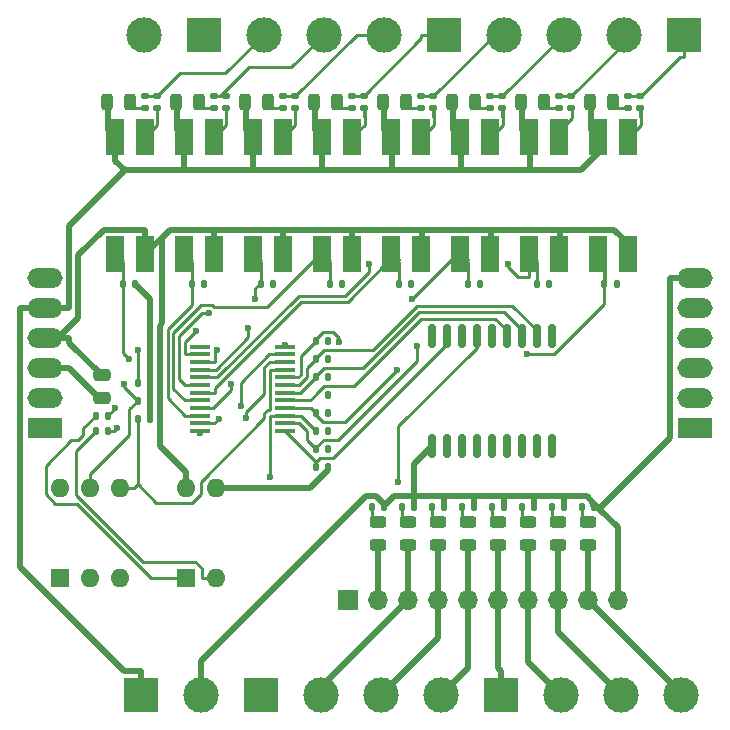
<source format=gtl>
G04 #@! TF.GenerationSoftware,KiCad,Pcbnew,5.99.0-unknown-9f841da98e~134~ubuntu20.04.1*
G04 #@! TF.CreationDate,2021-12-17T15:58:44+01:00*
G04 #@! TF.ProjectId,slave-8in-8out,736c6176-652d-4386-996e-2d386f75742e,rev?*
G04 #@! TF.SameCoordinates,PX3a22d00PY8062360*
G04 #@! TF.FileFunction,Copper,L1,Top*
G04 #@! TF.FilePolarity,Positive*
%FSLAX46Y46*%
G04 Gerber Fmt 4.6, Leading zero omitted, Abs format (unit mm)*
G04 Created by KiCad (PCBNEW 5.99.0-unknown-9f841da98e~134~ubuntu20.04.1) date 2021-12-17 15:58:44*
%MOMM*%
%LPD*%
G01*
G04 APERTURE LIST*
G04 Aperture macros list*
%AMRoundRect*
0 Rectangle with rounded corners*
0 $1 Rounding radius*
0 $2 $3 $4 $5 $6 $7 $8 $9 X,Y pos of 4 corners*
0 Add a 4 corners polygon primitive as box body*
4,1,4,$2,$3,$4,$5,$6,$7,$8,$9,$2,$3,0*
0 Add four circle primitives for the rounded corners*
1,1,$1+$1,$2,$3*
1,1,$1+$1,$4,$5*
1,1,$1+$1,$6,$7*
1,1,$1+$1,$8,$9*
0 Add four rect primitives between the rounded corners*
20,1,$1+$1,$2,$3,$4,$5,0*
20,1,$1+$1,$4,$5,$6,$7,0*
20,1,$1+$1,$6,$7,$8,$9,0*
20,1,$1+$1,$8,$9,$2,$3,0*%
G04 Aperture macros list end*
G04 #@! TA.AperFunction,SMDPad,CuDef*
%ADD10RoundRect,0.135000X0.135000X0.185000X-0.135000X0.185000X-0.135000X-0.185000X0.135000X-0.185000X0*%
G04 #@! TD*
G04 #@! TA.AperFunction,ComponentPad*
%ADD11R,3.000000X3.000000*%
G04 #@! TD*
G04 #@! TA.AperFunction,ComponentPad*
%ADD12C,3.000000*%
G04 #@! TD*
G04 #@! TA.AperFunction,SMDPad,CuDef*
%ADD13RoundRect,0.135000X0.185000X-0.135000X0.185000X0.135000X-0.185000X0.135000X-0.185000X-0.135000X0*%
G04 #@! TD*
G04 #@! TA.AperFunction,SMDPad,CuDef*
%ADD14R,1.524000X3.048000*%
G04 #@! TD*
G04 #@! TA.AperFunction,ComponentPad*
%ADD15R,1.700000X1.700000*%
G04 #@! TD*
G04 #@! TA.AperFunction,ComponentPad*
%ADD16O,1.700000X1.700000*%
G04 #@! TD*
G04 #@! TA.AperFunction,SMDPad,CuDef*
%ADD17RoundRect,0.135000X-0.135000X-0.185000X0.135000X-0.185000X0.135000X0.185000X-0.135000X0.185000X0*%
G04 #@! TD*
G04 #@! TA.AperFunction,SMDPad,CuDef*
%ADD18RoundRect,0.250000X-0.475000X0.250000X-0.475000X-0.250000X0.475000X-0.250000X0.475000X0.250000X0*%
G04 #@! TD*
G04 #@! TA.AperFunction,SMDPad,CuDef*
%ADD19RoundRect,0.135000X-0.185000X0.135000X-0.185000X-0.135000X0.185000X-0.135000X0.185000X0.135000X0*%
G04 #@! TD*
G04 #@! TA.AperFunction,SMDPad,CuDef*
%ADD20RoundRect,0.150000X-0.150000X0.875000X-0.150000X-0.875000X0.150000X-0.875000X0.150000X0.875000X0*%
G04 #@! TD*
G04 #@! TA.AperFunction,SMDPad,CuDef*
%ADD21RoundRect,0.243750X-0.243750X-0.456250X0.243750X-0.456250X0.243750X0.456250X-0.243750X0.456250X0*%
G04 #@! TD*
G04 #@! TA.AperFunction,ComponentPad*
%ADD22R,1.600000X1.600000*%
G04 #@! TD*
G04 #@! TA.AperFunction,ComponentPad*
%ADD23O,1.600000X1.600000*%
G04 #@! TD*
G04 #@! TA.AperFunction,SMDPad,CuDef*
%ADD24RoundRect,0.243750X0.456250X-0.243750X0.456250X0.243750X-0.456250X0.243750X-0.456250X-0.243750X0*%
G04 #@! TD*
G04 #@! TA.AperFunction,ComponentPad*
%ADD25R,3.000000X1.700000*%
G04 #@! TD*
G04 #@! TA.AperFunction,ComponentPad*
%ADD26O,3.000000X1.700000*%
G04 #@! TD*
G04 #@! TA.AperFunction,SMDPad,CuDef*
%ADD27R,1.750000X0.450000*%
G04 #@! TD*
G04 #@! TA.AperFunction,ViaPad*
%ADD28C,0.600000*%
G04 #@! TD*
G04 #@! TA.AperFunction,Conductor*
%ADD29C,0.500000*%
G04 #@! TD*
G04 #@! TA.AperFunction,Conductor*
%ADD30C,0.250000*%
G04 #@! TD*
G04 APERTURE END LIST*
D10*
X121580500Y-89195500D03*
X120560500Y-89195500D03*
D11*
X86614000Y-68072000D03*
D12*
X81534000Y-68072000D03*
D11*
X127254000Y-68072000D03*
D12*
X122174000Y-68072000D03*
X117094000Y-68072000D03*
X112014000Y-68072000D03*
D11*
X106934000Y-68072000D03*
D12*
X101854000Y-68072000D03*
X96774000Y-68072000D03*
X91694000Y-68072000D03*
D13*
X117766500Y-74277500D03*
X117766500Y-73257500D03*
D14*
X99224500Y-76749500D03*
X96684500Y-76749500D03*
X96684500Y-86655500D03*
X99224500Y-86655500D03*
X105066500Y-76749500D03*
X102526500Y-76749500D03*
X102526500Y-86655500D03*
X105066500Y-86655500D03*
X122592500Y-76749500D03*
X120052500Y-76749500D03*
X120052500Y-86655500D03*
X122592500Y-86655500D03*
X110908500Y-76749500D03*
X108368500Y-76749500D03*
X108368500Y-86655500D03*
X110908500Y-86655500D03*
D13*
X123608500Y-74277500D03*
X123608500Y-73257500D03*
D14*
X116750500Y-76749500D03*
X114210500Y-76749500D03*
X114210500Y-86655500D03*
X116750500Y-86655500D03*
D15*
X98806000Y-115875700D03*
D16*
X101346000Y-115875700D03*
X103886000Y-115875700D03*
X106426000Y-115875700D03*
X108966000Y-115875700D03*
X111506000Y-115875700D03*
X114046000Y-115875700D03*
X116586000Y-115875700D03*
X119126000Y-115875700D03*
X121666000Y-115875700D03*
D11*
X111760000Y-123952000D03*
D12*
X116840000Y-123952000D03*
X121920000Y-123952000D03*
X127000000Y-123952000D03*
D17*
X77468000Y-101600000D03*
X78488000Y-101600000D03*
D18*
X77978000Y-96906000D03*
X77978000Y-98806000D03*
D17*
X77468000Y-100330000D03*
X78488000Y-100330000D03*
D11*
X91440000Y-123952000D03*
D12*
X96520000Y-123952000D03*
X101600000Y-123952000D03*
X106680000Y-123952000D03*
D13*
X111924500Y-74277500D03*
X111924500Y-73257500D03*
D14*
X87540500Y-76749500D03*
X85000500Y-76749500D03*
X85000500Y-86655500D03*
X87540500Y-86655500D03*
D11*
X81280000Y-123952000D03*
D12*
X86360000Y-123952000D03*
D14*
X93382500Y-76749500D03*
X90842500Y-76749500D03*
X90842500Y-86655500D03*
X93382500Y-86655500D03*
D10*
X115863500Y-89195500D03*
X114843500Y-89195500D03*
D14*
X81698500Y-76749500D03*
X79158500Y-76749500D03*
X79158500Y-86655500D03*
X81698500Y-86655500D03*
D19*
X87540500Y-73257500D03*
X87540500Y-74277500D03*
D10*
X92495500Y-89195500D03*
X91475500Y-89195500D03*
D19*
X105066500Y-73257500D03*
X105066500Y-74277500D03*
D20*
X116078000Y-93570000D03*
X114808000Y-93570000D03*
X113538000Y-93570000D03*
X112268000Y-93570000D03*
X110998000Y-93570000D03*
X109728000Y-93570000D03*
X108458000Y-93570000D03*
X107188000Y-93570000D03*
X105918000Y-93570000D03*
X105918000Y-102870000D03*
X107188000Y-102870000D03*
X108458000Y-102870000D03*
X109728000Y-102870000D03*
X110998000Y-102870000D03*
X112268000Y-102870000D03*
X113538000Y-102870000D03*
X114808000Y-102870000D03*
X116078000Y-102870000D03*
D10*
X110021500Y-89195500D03*
X109001500Y-89195500D03*
D21*
X119369000Y-73767500D03*
X121244000Y-73767500D03*
D19*
X116750500Y-73257500D03*
X116750500Y-74277500D03*
D22*
X74442000Y-114046000D03*
D23*
X76982000Y-114046000D03*
X79522000Y-114046000D03*
X79522000Y-106426000D03*
X76982000Y-106426000D03*
X74442000Y-106426000D03*
D10*
X97155000Y-103124000D03*
X96135000Y-103124000D03*
X97155000Y-95504000D03*
X96135000Y-95504000D03*
D17*
X103376000Y-108001700D03*
X104396000Y-108001700D03*
D24*
X106426000Y-111225200D03*
X106426000Y-109350200D03*
D10*
X97155000Y-101600000D03*
X96135000Y-101600000D03*
D19*
X93382500Y-73257500D03*
X93382500Y-74277500D03*
D21*
X113527000Y-73767500D03*
X115402000Y-73767500D03*
D10*
X98337500Y-89195500D03*
X97317500Y-89195500D03*
D17*
X118616000Y-108001700D03*
X119636000Y-108001700D03*
X81024000Y-100584000D03*
X82044000Y-100584000D03*
D24*
X111506000Y-111225200D03*
X111506000Y-109350200D03*
D25*
X73152000Y-101321000D03*
D26*
X73152000Y-98781000D03*
X73152000Y-96241000D03*
X73152000Y-93701000D03*
X73152000Y-91161000D03*
X73152000Y-88621000D03*
D10*
X97157000Y-97028000D03*
X96137000Y-97028000D03*
D19*
X81698500Y-73257500D03*
X81698500Y-74277500D03*
D10*
X104179500Y-89195500D03*
X103159500Y-89195500D03*
D24*
X101346000Y-111225200D03*
X101346000Y-109350200D03*
X108966000Y-111225200D03*
X108966000Y-109350200D03*
D13*
X106082500Y-74277500D03*
X106082500Y-73257500D03*
D21*
X96001000Y-73767500D03*
X97876000Y-73767500D03*
D24*
X119126000Y-111225200D03*
X119126000Y-109350200D03*
D13*
X100240500Y-74277500D03*
X100240500Y-73257500D03*
D10*
X97155000Y-100076000D03*
X96135000Y-100076000D03*
D24*
X114046000Y-111225200D03*
X114046000Y-109350200D03*
X103886000Y-111225200D03*
X103886000Y-109350200D03*
D19*
X110908500Y-73257500D03*
X110908500Y-74277500D03*
D13*
X94398500Y-74277500D03*
X94398500Y-73257500D03*
D17*
X105916000Y-108001700D03*
X106936000Y-108001700D03*
X110996000Y-108001700D03*
X112016000Y-108001700D03*
D10*
X80811500Y-89195500D03*
X79791500Y-89195500D03*
D17*
X116076000Y-108001700D03*
X117096000Y-108001700D03*
D24*
X116586000Y-111225200D03*
X116586000Y-109350200D03*
D17*
X81024000Y-97536000D03*
X82044000Y-97536000D03*
D21*
X107685000Y-73767500D03*
X109560000Y-73767500D03*
D19*
X99224500Y-73257500D03*
X99224500Y-74277500D03*
D17*
X100836000Y-108001700D03*
X101856000Y-108001700D03*
D10*
X86653500Y-89195500D03*
X85633500Y-89195500D03*
D17*
X113536000Y-108001700D03*
X114556000Y-108001700D03*
D21*
X84317000Y-73767500D03*
X86192000Y-73767500D03*
D17*
X108456000Y-108001700D03*
X109476000Y-108001700D03*
D13*
X88556500Y-74277500D03*
X88556500Y-73257500D03*
D22*
X85090000Y-114046000D03*
D23*
X87630000Y-114046000D03*
X87630000Y-106426000D03*
X85090000Y-106426000D03*
D13*
X82714500Y-74277500D03*
X82714500Y-73257500D03*
D21*
X78475000Y-73767500D03*
X80350000Y-73767500D03*
D19*
X122592500Y-73257500D03*
X122592500Y-74277500D03*
D21*
X101843000Y-73767500D03*
X103718000Y-73767500D03*
X90159000Y-73767500D03*
X92034000Y-73767500D03*
D10*
X97155000Y-104648000D03*
X96135000Y-104648000D03*
D17*
X81024000Y-99060000D03*
X82044000Y-99060000D03*
D10*
X97155000Y-98552000D03*
D25*
X128196000Y-101321000D03*
D26*
X128196000Y-98781000D03*
X128196000Y-96241000D03*
X128196000Y-93701000D03*
X128196000Y-91161000D03*
X128196000Y-88621000D03*
D10*
X97155000Y-93980000D03*
X96135000Y-93980000D03*
D27*
X86316000Y-94469000D03*
X86316000Y-95119000D03*
X86316000Y-95769000D03*
X86316000Y-96419000D03*
X86316000Y-97069000D03*
X86316000Y-97719000D03*
X86316000Y-98369000D03*
X86316000Y-99019000D03*
X86316000Y-99669000D03*
X86316000Y-100319000D03*
X86316000Y-100969000D03*
X86316000Y-101619000D03*
X93516000Y-101619000D03*
X93516000Y-100969000D03*
X93516000Y-100319000D03*
X93516000Y-99669000D03*
X93516000Y-99019000D03*
X93516000Y-98369000D03*
X93516000Y-97719000D03*
X93516000Y-97069000D03*
X93516000Y-96419000D03*
X93516000Y-95769000D03*
X93516000Y-95119000D03*
X93516000Y-94469000D03*
D28*
X97153000Y-97028000D03*
X93516000Y-94294498D03*
X97153000Y-93980000D03*
X97153000Y-95504000D03*
X97153000Y-103124000D03*
X97153000Y-104648000D03*
X97155000Y-100076000D03*
X97153000Y-98552000D03*
X97153000Y-101600000D03*
X79311500Y-101321000D03*
X90212900Y-100485900D03*
X79118300Y-99627000D03*
X89767309Y-99524803D03*
X86316000Y-101793502D03*
X115864000Y-89195500D03*
X98337500Y-89195500D03*
X104180000Y-89195500D03*
X82040000Y-100584000D03*
X105918000Y-93648000D03*
X86653500Y-89195500D03*
X121579000Y-89195500D03*
X92495500Y-89195500D03*
X110022000Y-89195500D03*
X80811500Y-89195500D03*
X116078000Y-93570000D03*
X98108500Y-94057300D03*
X110998000Y-93648000D03*
X102979300Y-96408100D03*
X92265700Y-105519000D03*
X103096600Y-105945900D03*
X108458000Y-93648000D03*
X104682500Y-94373400D03*
X87884000Y-100584000D03*
X80264000Y-95504000D03*
X88949000Y-97615200D03*
X90931600Y-90466500D03*
X87041600Y-91637100D03*
X104296200Y-90452300D03*
X100639400Y-87497000D03*
X112411300Y-87497000D03*
X90405900Y-92859300D03*
X114027200Y-95131700D03*
X116078000Y-102919000D03*
X114808000Y-102919000D03*
X113538000Y-102919000D03*
X112268000Y-102919000D03*
X110998000Y-102919000D03*
X109728000Y-102919000D03*
X108458000Y-102919000D03*
X107188000Y-102919000D03*
X81024000Y-94763900D03*
X87768000Y-94763900D03*
X81024000Y-99060000D03*
X79880900Y-97604500D03*
X85937900Y-93182900D03*
D29*
X114211000Y-76749500D02*
X114211000Y-79412500D01*
X102526700Y-76749300D02*
X102527000Y-76749500D01*
X120053000Y-78023500D02*
X120053000Y-76749500D01*
X78500000Y-76091000D02*
X79158500Y-76749500D01*
X113552000Y-73767500D02*
X113552000Y-76091000D01*
X78475000Y-73767500D02*
X78500000Y-73767500D01*
X101868000Y-73767500D02*
X101868000Y-76091000D01*
X79158500Y-76749500D02*
X79158500Y-78777500D01*
X108368700Y-76749300D02*
X108369000Y-76749500D01*
X90842500Y-76749500D02*
X90842500Y-79420500D01*
X81280000Y-123952000D02*
X81280000Y-121901700D01*
X96688500Y-79543500D02*
X102531000Y-79543500D01*
X118533000Y-79543500D02*
X120053000Y-78023500D01*
X119369000Y-73767500D02*
X119394000Y-73767500D01*
X108373000Y-79543500D02*
X114342000Y-79543500D01*
X79924500Y-79543500D02*
X85004500Y-79543500D01*
X85004500Y-79543500D02*
X90719500Y-79543500D01*
X113527000Y-73767500D02*
X113552000Y-73767500D01*
X90159000Y-73767500D02*
X90184000Y-73767500D01*
X102527000Y-76749500D02*
X102527000Y-79539500D01*
X107710000Y-76091000D02*
X108368700Y-76749300D01*
X120052500Y-76749500D02*
X120053000Y-76749500D01*
X84342000Y-73767500D02*
X84342000Y-76091000D01*
X96684500Y-76749500D02*
X96684500Y-79539500D01*
X107685000Y-73767500D02*
X107710000Y-73767500D01*
X102527000Y-79539500D02*
X102531000Y-79543500D01*
X108368500Y-76749500D02*
X108368700Y-76749300D01*
X84317000Y-73767500D02*
X84342000Y-73767500D01*
X114211000Y-79412500D02*
X114342000Y-79543500D01*
X78500000Y-73767500D02*
X78500000Y-76091000D01*
X90184000Y-73767500D02*
X90184000Y-76091000D01*
X79870400Y-121901700D02*
X71101700Y-113133000D01*
X90719500Y-79543500D02*
X96688500Y-79543500D01*
X119394000Y-76091000D02*
X119394000Y-73767500D01*
X90842500Y-79420500D02*
X90719500Y-79543500D01*
X75202300Y-84265700D02*
X79924500Y-79543500D01*
X84342000Y-76091000D02*
X85000500Y-76749500D01*
X108369000Y-76749500D02*
X108369000Y-79539500D01*
X101843000Y-73767500D02*
X101868000Y-73767500D01*
X102526500Y-76749500D02*
X102526700Y-76749300D01*
X96026000Y-76091000D02*
X96684500Y-76749500D01*
X108369000Y-79539500D02*
X108373000Y-79543500D01*
X79158500Y-78777500D02*
X79924500Y-79543500D01*
X73152000Y-91161000D02*
X75202300Y-91161000D01*
X96684500Y-79539500D02*
X96688500Y-79543500D01*
X114342000Y-79543500D02*
X118533000Y-79543500D01*
X113552000Y-76091000D02*
X114210700Y-76749300D01*
X73152000Y-91161000D02*
X71101700Y-91161000D01*
X81280000Y-121901700D02*
X79870400Y-121901700D01*
X120053000Y-76749500D02*
X119394000Y-76091000D01*
X85000500Y-79539500D02*
X85004500Y-79543500D01*
X96001000Y-73767500D02*
X96026000Y-73767500D01*
X96026000Y-73767500D02*
X96026000Y-76091000D01*
X102531000Y-79543500D02*
X108373000Y-79543500D01*
X114210500Y-76749500D02*
X114210700Y-76749300D01*
X107710000Y-73767500D02*
X107710000Y-76091000D01*
X71101700Y-113133000D02*
X71101700Y-91161000D01*
X90184000Y-76091000D02*
X90842500Y-76749500D01*
X85000500Y-76749500D02*
X85000500Y-79539500D01*
X101868000Y-76091000D02*
X102526700Y-76749300D01*
X75202300Y-91161000D02*
X75202300Y-84265700D01*
X114210700Y-76749300D02*
X114211000Y-76749500D01*
X97155000Y-97028000D02*
X97157000Y-97028000D01*
X105029000Y-84582000D02*
X110954000Y-84582000D01*
X99187000Y-84582000D02*
X105029000Y-84582000D01*
X97153000Y-104921100D02*
X97153000Y-104648000D01*
X122593000Y-85810500D02*
X122593000Y-86233000D01*
X83108100Y-85245900D02*
X83108100Y-92492700D01*
X99224500Y-86655500D02*
X99224500Y-84619500D01*
X87540500Y-86655500D02*
X87540500Y-84627500D01*
X81698500Y-86655500D02*
X83108100Y-85245900D01*
X97155000Y-97028000D02*
X97153000Y-97028000D01*
X116713000Y-84582000D02*
X121364000Y-84582000D01*
X105067000Y-84619500D02*
X105029000Y-84582000D01*
X87630000Y-106426000D02*
X95648100Y-106426000D01*
X97155000Y-95504000D02*
X97153000Y-95504000D01*
X122593000Y-86233000D02*
X122593000Y-86655500D01*
X74320600Y-93701000D02*
X76018800Y-92002800D01*
X116751000Y-85637500D02*
X116751000Y-84619500D01*
X93382500Y-86655500D02*
X93382500Y-84619500D01*
X116751000Y-86655500D02*
X116751000Y-85637500D01*
X82889500Y-102875200D02*
X85090000Y-105075700D01*
X97155000Y-101600000D02*
X97153000Y-101600000D01*
X76018800Y-92002800D02*
X76018800Y-86721100D01*
X87586000Y-84582000D02*
X93345000Y-84582000D01*
X97155000Y-103124000D02*
X97153000Y-103124000D01*
X110909000Y-85641500D02*
X110909000Y-84627500D01*
X95648100Y-106426000D02*
X97153000Y-104921100D01*
X105067000Y-85637500D02*
X105067000Y-84619500D01*
X99224500Y-84619500D02*
X99187000Y-84582000D01*
X82889500Y-92711300D02*
X82889500Y-102875200D01*
X83772000Y-84582000D02*
X87586000Y-84582000D01*
X83108100Y-92492700D02*
X82889500Y-92711300D01*
X74320600Y-93701000D02*
X75202300Y-93701000D01*
X105066500Y-85638000D02*
X105066500Y-86655500D01*
X122592500Y-86233500D02*
X122592500Y-86655500D01*
X97155000Y-98552000D02*
X97153000Y-98552000D01*
X87540500Y-84627500D02*
X87586000Y-84582000D01*
X110909000Y-86655500D02*
X110909000Y-85641500D01*
X97155000Y-104648000D02*
X97153000Y-104648000D01*
X75202300Y-93701000D02*
X75202300Y-94130300D01*
X110954000Y-84582000D02*
X116713000Y-84582000D01*
X110909000Y-85641500D02*
X110908500Y-85642000D01*
X78158700Y-84581200D02*
X81698500Y-84581200D01*
X83108100Y-85245900D02*
X83772000Y-84582000D01*
X97155000Y-93980000D02*
X97153000Y-93980000D01*
X85090000Y-106426000D02*
X85090000Y-105075700D01*
X93382500Y-84619500D02*
X93345000Y-84582000D01*
X116751000Y-84619500D02*
X116713000Y-84582000D01*
X76018800Y-86721100D02*
X78158700Y-84581200D01*
X122593000Y-86233000D02*
X122592500Y-86233500D01*
X105067000Y-86655500D02*
X105067000Y-85637500D01*
X75202300Y-94130300D02*
X77978000Y-96906000D01*
X116751000Y-85637500D02*
X116750500Y-85638000D01*
X105067000Y-85637500D02*
X105066500Y-85638000D01*
X110908500Y-85642000D02*
X110908500Y-86655500D01*
X110909000Y-84627500D02*
X110954000Y-84582000D01*
X116750500Y-85638000D02*
X116750500Y-86655500D01*
X81698500Y-86655500D02*
X81698500Y-84581200D01*
X121364000Y-84582000D02*
X122593000Y-85810500D01*
X73152000Y-93701000D02*
X74320600Y-93701000D01*
X93345000Y-84582000D02*
X99187000Y-84582000D01*
D30*
X91766180Y-98479820D02*
X91766180Y-96212093D01*
X92209273Y-95769000D02*
X93516000Y-95769000D01*
X79032500Y-101600000D02*
X79311500Y-101321000D01*
X91766180Y-96212093D02*
X92209273Y-95769000D01*
X90212900Y-100485900D02*
X90212900Y-100033100D01*
X90212900Y-100033100D02*
X91766180Y-98479820D01*
X78488000Y-101600000D02*
X79032500Y-101600000D01*
X89767309Y-97504536D02*
X89767309Y-99524803D01*
X79118300Y-99627000D02*
X79118300Y-99699700D01*
X93516000Y-95119000D02*
X92152845Y-95119000D01*
X92152845Y-95119000D02*
X89767309Y-97504536D01*
X79118300Y-99699700D02*
X78488000Y-100330000D01*
X123608500Y-73257500D02*
X122593000Y-73257500D01*
X122593000Y-73257500D02*
X122592500Y-73257500D01*
X126919200Y-69947300D02*
X127254000Y-69947300D01*
X123609000Y-73257500D02*
X126919200Y-69947300D01*
X123609000Y-73257500D02*
X123608500Y-73257500D01*
X127254000Y-68072000D02*
X127254000Y-69947300D01*
X122174000Y-68850300D02*
X122174000Y-68072000D01*
X117766800Y-73257500D02*
X122174000Y-68850300D01*
X117766800Y-73257500D02*
X117766500Y-73257500D01*
X116751000Y-73257500D02*
X116750500Y-73257500D01*
X117767000Y-73257500D02*
X117766800Y-73257500D01*
X117766500Y-73257500D02*
X116751000Y-73257500D01*
X123608500Y-75005000D02*
X123608500Y-74277500D01*
X123609000Y-75005500D02*
X123609000Y-75733500D01*
X123609000Y-74277500D02*
X123609000Y-75005500D01*
X123101000Y-76241500D02*
X123100500Y-76241500D01*
X123101000Y-76241500D02*
X122593000Y-76749500D01*
X123609000Y-75733500D02*
X123101000Y-76241500D01*
X123100500Y-76241500D02*
X122592500Y-76749500D01*
X123609000Y-75005500D02*
X123608500Y-75005000D01*
X111925000Y-73257500D02*
X111924800Y-73257500D01*
X117094000Y-68088300D02*
X117094000Y-68072000D01*
X111924800Y-73257500D02*
X111924500Y-73257500D01*
X110909000Y-73257500D02*
X110908500Y-73257500D01*
X111924800Y-73257500D02*
X117094000Y-68088300D01*
X111924500Y-73257500D02*
X110909000Y-73257500D01*
X106083000Y-73257500D02*
X106082800Y-73257500D01*
X105067000Y-73257500D02*
X105066500Y-73257500D01*
X106082800Y-73257500D02*
X111268300Y-68072000D01*
X106082500Y-73257500D02*
X105067000Y-73257500D01*
X106082800Y-73257500D02*
X106082500Y-73257500D01*
X111268300Y-68072000D02*
X112014000Y-68072000D01*
X105058700Y-68357400D02*
X105058700Y-68072000D01*
X99224500Y-73257500D02*
X100158600Y-73257500D01*
X100158600Y-73257500D02*
X100240500Y-73257500D01*
X106934000Y-68072000D02*
X105058700Y-68072000D01*
X100158600Y-73257500D02*
X105058700Y-68357400D01*
X116751000Y-76749000D02*
X116751000Y-76114500D01*
X116750500Y-76749500D02*
X116751000Y-76749000D01*
X117767000Y-75098500D02*
X116751000Y-76114500D01*
X117767000Y-74422800D02*
X117767000Y-75098500D01*
X117767000Y-74277500D02*
X117767000Y-74422800D01*
X117766500Y-74422300D02*
X117766500Y-74277500D01*
X117767000Y-74422800D02*
X117766500Y-74422300D01*
X94398500Y-73257500D02*
X93382500Y-73257500D01*
X99584000Y-68072000D02*
X101854000Y-68072000D01*
X94398500Y-73257500D02*
X99584000Y-68072000D01*
X121244000Y-73792500D02*
X121219000Y-73767500D01*
X121244000Y-73792500D02*
X121244000Y-73767500D01*
X122593000Y-74277500D02*
X122592500Y-74277500D01*
X121729000Y-74277500D02*
X121244000Y-73792500D01*
X122592500Y-74277500D02*
X121729000Y-74277500D01*
X88048500Y-73257500D02*
X87540500Y-73257500D01*
X88048500Y-73257500D02*
X90502500Y-70803500D01*
X90502500Y-70803500D02*
X94042500Y-70803500D01*
X88556500Y-73257500D02*
X88048500Y-73257500D01*
X94042500Y-70803500D02*
X96774000Y-68072000D01*
D29*
X105918000Y-93570000D02*
X105918000Y-93648000D01*
X77767300Y-98806000D02*
X75202300Y-96241000D01*
X82044000Y-97536000D02*
X82044000Y-90428000D01*
D30*
X121580500Y-89195500D02*
X121579000Y-89195500D01*
X121581000Y-89195500D02*
X121580500Y-89195500D01*
D29*
X73152000Y-96241000D02*
X75202300Y-96241000D01*
X82044000Y-100584000D02*
X82040000Y-100584000D01*
X115864000Y-89195500D02*
X115863500Y-89195500D01*
X104180000Y-89195500D02*
X104179500Y-89195500D01*
X82044000Y-99060000D02*
X82044000Y-97536000D01*
X82044000Y-90428000D02*
X80811500Y-89195500D01*
X110022000Y-89195500D02*
X110021500Y-89195500D01*
X77978000Y-98806000D02*
X77767300Y-98806000D01*
X82044000Y-99060000D02*
X82044000Y-100584000D01*
D30*
X111417000Y-76241500D02*
X110909000Y-76749500D01*
X111925000Y-75005500D02*
X111924500Y-75005000D01*
X111924500Y-75005000D02*
X111924500Y-74277500D01*
X111925000Y-75005500D02*
X111925000Y-75733500D01*
X111925000Y-74277500D02*
X111925000Y-75005500D01*
X111417000Y-76241500D02*
X111416500Y-76241500D01*
X111416500Y-76241500D02*
X110908500Y-76749500D01*
X111925000Y-75733500D02*
X111417000Y-76241500D01*
X96737500Y-93234200D02*
X97594200Y-93234200D01*
X116078000Y-93570000D02*
X116078000Y-93648000D01*
X94869000Y-96841000D02*
X94869000Y-95246000D01*
X96135000Y-93836700D02*
X96737500Y-93234200D01*
X97594200Y-93234200D02*
X98108500Y-93748500D01*
X94641000Y-97069000D02*
X94869000Y-96841000D01*
X93516000Y-97069000D02*
X94641000Y-97069000D01*
X96135000Y-93980000D02*
X96135000Y-93836700D01*
X94869000Y-95246000D02*
X96135000Y-93980000D01*
X98108500Y-93748500D02*
X98108500Y-94057300D01*
X96801400Y-94742000D02*
X100961600Y-94742000D01*
X112767600Y-91004200D02*
X114808000Y-93044600D01*
X93516000Y-97719000D02*
X94715000Y-97719000D01*
X114808000Y-93570000D02*
X114808000Y-93648000D01*
X95377000Y-97057000D02*
X95377000Y-96262000D01*
X94715000Y-97719000D02*
X95377000Y-97057000D01*
X95377000Y-96262000D02*
X96135000Y-95504000D01*
X100961600Y-94742000D02*
X104699400Y-91004200D01*
X114808000Y-93044600D02*
X114808000Y-93570000D01*
X104699400Y-91004200D02*
X112767600Y-91004200D01*
X96135000Y-95504000D02*
X96135000Y-95408400D01*
X96135000Y-95408400D02*
X96801400Y-94742000D01*
X96137000Y-96931900D02*
X96802900Y-96266000D01*
X96137000Y-97028000D02*
X96137000Y-96931900D01*
X112027000Y-91537200D02*
X113538000Y-93048200D01*
X94796000Y-98369000D02*
X96137000Y-97028000D01*
X104874000Y-91537200D02*
X112027000Y-91537200D01*
X113538000Y-93570000D02*
X113538000Y-93648000D01*
X113538000Y-93048200D02*
X113538000Y-93570000D01*
X100145200Y-96266000D02*
X104874000Y-91537200D01*
X93516000Y-98369000D02*
X94796000Y-98369000D01*
X96802900Y-96266000D02*
X100145200Y-96266000D01*
X112268000Y-93570000D02*
X112268000Y-93049100D01*
X105023000Y-92095800D02*
X111314700Y-92095800D01*
X99329800Y-97789000D02*
X105023000Y-92095800D01*
X95668000Y-99019000D02*
X96135000Y-98552000D01*
X96802400Y-97789000D02*
X99329800Y-97789000D01*
X93516000Y-99019000D02*
X95668000Y-99019000D01*
X96135000Y-98456400D02*
X96802400Y-97789000D01*
X112268000Y-93049100D02*
X111314700Y-92095800D01*
X96135000Y-98552000D02*
X96135000Y-98456400D01*
X96069100Y-100010100D02*
X96135000Y-100076000D01*
X110998000Y-93570000D02*
X110998000Y-93648000D01*
X93516000Y-99669000D02*
X95728000Y-99669000D01*
X96069100Y-100194700D02*
X96713400Y-100839000D01*
X96069100Y-100010100D02*
X96069100Y-100194700D01*
X98548400Y-100839000D02*
X102979300Y-96408100D01*
X96713400Y-100839000D02*
X98548400Y-100839000D01*
X95728000Y-99669000D02*
X96069100Y-100010100D01*
X103096600Y-101183700D02*
X103096600Y-105945900D01*
X109728000Y-94552300D02*
X103096600Y-101183700D01*
X109728000Y-93570000D02*
X109728000Y-93648000D01*
X93516000Y-100319000D02*
X92265700Y-100319000D01*
X109728000Y-93648000D02*
X109728000Y-94552300D01*
X93516000Y-100319000D02*
X94854000Y-100319000D01*
X94854000Y-100319000D02*
X96135000Y-101600000D01*
X92265700Y-100319000D02*
X92265700Y-105519000D01*
X96132000Y-103000600D02*
X96778100Y-102354500D01*
X96132000Y-103121000D02*
X96135000Y-103124000D01*
X94715000Y-100969000D02*
X95377000Y-101631000D01*
X96132000Y-103121000D02*
X96132000Y-103000600D01*
X108458000Y-93570000D02*
X108458000Y-93648000D01*
X95377000Y-102366000D02*
X96132000Y-103121000D01*
X95377000Y-101631000D02*
X95377000Y-102366000D01*
X93516000Y-100969000D02*
X94715000Y-100969000D01*
X104682500Y-95675100D02*
X104682500Y-94373400D01*
X96778100Y-102354500D02*
X98003100Y-102354500D01*
X98003100Y-102354500D02*
X104682500Y-95675100D01*
X96135000Y-104238000D02*
X96135000Y-104648000D01*
X96488500Y-103878500D02*
X97550400Y-103878500D01*
X96132000Y-104235000D02*
X96135000Y-104238000D01*
X107188000Y-93570000D02*
X107188000Y-93648000D01*
X96132000Y-104235000D02*
X96488500Y-103878500D01*
X93516000Y-101619000D02*
X96132000Y-104235000D01*
X97550400Y-103878500D02*
X107188000Y-94240900D01*
X107188000Y-94240900D02*
X107188000Y-93648000D01*
X79475000Y-86972000D02*
X79569000Y-86878000D01*
X79791500Y-95031500D02*
X80264000Y-95504000D01*
X79791500Y-87288500D02*
X79475000Y-86972000D01*
X79791500Y-89195500D02*
X79791500Y-87288500D01*
X87884000Y-100584000D02*
X87499000Y-100969000D01*
X79158500Y-86467500D02*
X78648500Y-86977500D01*
X79791500Y-87100500D02*
X79569000Y-86878000D01*
X79475000Y-86972000D02*
X79158500Y-86655500D01*
X87499000Y-100969000D02*
X86316000Y-100969000D01*
X79569000Y-86878000D02*
X79158500Y-86467500D01*
X79791500Y-89195500D02*
X79791500Y-95031500D01*
X85317000Y-86784000D02*
X85223000Y-86878000D01*
X85223000Y-86878000D02*
X85000500Y-86655500D01*
X86316000Y-100319000D02*
X85065700Y-100319000D01*
X85633500Y-87288500D02*
X85223000Y-86878000D01*
X85633500Y-89195500D02*
X85633500Y-87288500D01*
X85633500Y-89195500D02*
X85633500Y-90922400D01*
X83564800Y-92991100D02*
X83564800Y-98818100D01*
X85633500Y-87100500D02*
X85317000Y-86784000D01*
X85317000Y-86784000D02*
X85000500Y-86467500D01*
X83564800Y-98818100D02*
X85065700Y-100319000D01*
X85000500Y-86467500D02*
X84490500Y-86977500D01*
X85633500Y-90922400D02*
X83564800Y-92991100D01*
X90931600Y-89565300D02*
X90931600Y-90466500D01*
X91475500Y-89021400D02*
X90931600Y-89565300D01*
X91159000Y-86784000D02*
X91065000Y-86878000D01*
X91475500Y-87288500D02*
X91065000Y-86878000D01*
X88949000Y-97615200D02*
X88949000Y-98140650D01*
X91475500Y-89195500D02*
X91475500Y-89021400D01*
X90842500Y-86467500D02*
X91159000Y-86784000D01*
X87420650Y-99669000D02*
X86316000Y-99669000D01*
X90332500Y-86977500D02*
X90842500Y-86467500D01*
X91159000Y-86784000D02*
X91475500Y-87100500D01*
X91475500Y-89021400D02*
X91475500Y-87288500D01*
X91065000Y-86878000D02*
X90842500Y-86655500D01*
X88949000Y-98140650D02*
X87420650Y-99669000D01*
X86316000Y-99019000D02*
X85065700Y-99019000D01*
X87501400Y-91141800D02*
X87321400Y-90961800D01*
X84065100Y-98018400D02*
X85065700Y-99019000D01*
X96174500Y-86977500D02*
X92010200Y-91141800D01*
X97317500Y-89195500D02*
X97317500Y-87288500D01*
X86429200Y-90961800D02*
X84065100Y-93325900D01*
X84065100Y-93325900D02*
X84065100Y-98018400D01*
X92010200Y-91141800D02*
X87501400Y-91141800D01*
X96684500Y-86467500D02*
X97095000Y-86878000D01*
X97001000Y-86972000D02*
X96684500Y-86655500D01*
X97317500Y-87288500D02*
X97001000Y-86972000D01*
X97001000Y-86972000D02*
X97095000Y-86878000D01*
X97095000Y-86878000D02*
X97317500Y-87100500D01*
X96174500Y-86977500D02*
X96684500Y-86467500D01*
X87321400Y-90961800D02*
X86429200Y-90961800D01*
X102843500Y-86972000D02*
X102843000Y-86972000D01*
X103160000Y-89195500D02*
X103160000Y-87288500D01*
X103160000Y-87288500D02*
X102843500Y-86972000D01*
X103160000Y-87100500D02*
X102527000Y-86467500D01*
X102527000Y-86467500D02*
X102272000Y-86722500D01*
X102272000Y-86722500D02*
X102459500Y-86722500D01*
X102843000Y-86972000D02*
X102526500Y-86655500D01*
X102459500Y-86722500D02*
X102526500Y-86655500D01*
X87566300Y-98001700D02*
X87566300Y-98369000D01*
X102017000Y-87508200D02*
X98838300Y-90686900D01*
X102017000Y-86977500D02*
X102017000Y-87508200D01*
X94881100Y-90686900D02*
X87566300Y-98001700D01*
X102272000Y-86722500D02*
X102017000Y-86977500D01*
X102843500Y-86972000D02*
X102527000Y-86655500D01*
X103159500Y-89195500D02*
X103160000Y-89195500D01*
X86316000Y-98369000D02*
X87566300Y-98369000D01*
X98838300Y-90686900D02*
X94881100Y-90686900D01*
X86316000Y-97719000D02*
X85065700Y-97719000D01*
X109002000Y-87288500D02*
X108685500Y-86972000D01*
X108685500Y-86972000D02*
X108685000Y-86972000D01*
X108114000Y-86722500D02*
X108369000Y-86467500D01*
X86510900Y-91637100D02*
X84565400Y-93582600D01*
X108114000Y-86722500D02*
X108301500Y-86722500D01*
X108301500Y-86722500D02*
X108368500Y-86655500D01*
X108685000Y-86972000D02*
X108368500Y-86655500D01*
X108369000Y-86467500D02*
X109002000Y-87100500D01*
X107771000Y-86977500D02*
X107859000Y-86977500D01*
X87041600Y-91637100D02*
X86510900Y-91637100D01*
X109001500Y-89195500D02*
X109002000Y-89195500D01*
X109002000Y-89195500D02*
X109002000Y-87288500D01*
X107859000Y-86977500D02*
X108114000Y-86722500D01*
X84565400Y-97218700D02*
X85065700Y-97719000D01*
X104296200Y-90452300D02*
X107771000Y-86977500D01*
X108685500Y-86972000D02*
X108369000Y-86655500D01*
X84565400Y-93582600D02*
X84565400Y-97218700D01*
X87791500Y-97069000D02*
X86316000Y-97069000D01*
X114844000Y-87288500D02*
X114433500Y-86878000D01*
X114527500Y-86784000D02*
X114433500Y-86878000D01*
X94673900Y-90186600D02*
X87791500Y-97069000D01*
X114210500Y-86655500D02*
X114210500Y-88554800D01*
X114844000Y-88242000D02*
X114843500Y-88242500D01*
X113223100Y-88554800D02*
X112411300Y-87743000D01*
X100639400Y-88178200D02*
X98631000Y-90186600D01*
X114211000Y-86655500D02*
X114210500Y-86655500D01*
X114844000Y-89195500D02*
X114844000Y-88242000D01*
X114844000Y-88242000D02*
X114844000Y-87288500D01*
X114843500Y-88242500D02*
X114843500Y-89195500D01*
X114527500Y-86784000D02*
X114211000Y-86467500D01*
X114210500Y-88554800D02*
X113223100Y-88554800D01*
X100639400Y-87497000D02*
X100639400Y-88178200D01*
X112411300Y-87743000D02*
X112411300Y-87497000D01*
X114433500Y-86878000D02*
X114211000Y-86655500D01*
X114844000Y-87100500D02*
X114527500Y-86784000D01*
X98631000Y-90186600D02*
X94673900Y-90186600D01*
X120307000Y-86909500D02*
X120306500Y-86909500D01*
X120307000Y-86909500D02*
X120053000Y-86655500D01*
X120306500Y-86909500D02*
X120052500Y-86655500D01*
X86316000Y-96419000D02*
X87678900Y-96419000D01*
X120560500Y-89195500D02*
X120560500Y-90884000D01*
X120561000Y-87163500D02*
X120307000Y-86909500D01*
X120561000Y-89195500D02*
X120561000Y-88179500D01*
X116312800Y-95131700D02*
X114027200Y-95131700D01*
X119985500Y-86722500D02*
X120052500Y-86655500D01*
X120560500Y-88180000D02*
X120560500Y-89195500D01*
X120561000Y-88179500D02*
X120560500Y-88180000D01*
X90405900Y-93692000D02*
X90405900Y-92859300D01*
X120561000Y-88179500D02*
X120561000Y-87163500D01*
X120560500Y-90884000D02*
X116312800Y-95131700D01*
X120561000Y-86975500D02*
X120053000Y-86467500D01*
X120053000Y-86467500D02*
X119798000Y-86722500D01*
X119798000Y-86722500D02*
X119985500Y-86722500D01*
X87678900Y-96419000D02*
X90405900Y-93692000D01*
X119798000Y-86722500D02*
X119543000Y-86977500D01*
D29*
X119126000Y-111225200D02*
X119126000Y-115875700D01*
X119126000Y-111200000D02*
X119126000Y-111225200D01*
X119126000Y-115876000D02*
X127000000Y-123750000D01*
X119126000Y-115875700D02*
X119126000Y-115876000D01*
X127000000Y-123750000D02*
X127000000Y-123952000D01*
X116078000Y-102870000D02*
X116078000Y-102919000D01*
D30*
X101091000Y-109120000D02*
X101115800Y-109120000D01*
X101115800Y-109120000D02*
X101346000Y-109350200D01*
X100836000Y-108865000D02*
X101091000Y-109120000D01*
X101091000Y-109120000D02*
X101346000Y-109375000D01*
X100836000Y-108002000D02*
X100836000Y-108001700D01*
X100836000Y-108002000D02*
X100836000Y-108865000D01*
D29*
X114808000Y-102870000D02*
X114808000Y-102919000D01*
X116586000Y-115876000D02*
X116586000Y-118618000D01*
X116586000Y-115875700D02*
X116586000Y-115876000D01*
X116586000Y-118618000D02*
X121920000Y-123952000D01*
X116586000Y-111200000D02*
X116586000Y-111225200D01*
X116586000Y-111225200D02*
X116586000Y-115875700D01*
X114046000Y-121158000D02*
X116840000Y-123952000D01*
X113538000Y-102870000D02*
X113538000Y-102919000D01*
X114046000Y-115875700D02*
X114046000Y-115876000D01*
X114046000Y-111225200D02*
X114046000Y-115875700D01*
X114046000Y-111200000D02*
X114046000Y-111225200D01*
X114046000Y-115876000D02*
X114046000Y-121158000D01*
X111506000Y-115875700D02*
X111506000Y-115876000D01*
X111506000Y-111200000D02*
X111506000Y-111225200D01*
X111506000Y-115876000D02*
X111506000Y-121647700D01*
X111506000Y-121647700D02*
X111760000Y-121901700D01*
X111506000Y-111225200D02*
X111506000Y-115875700D01*
X112268000Y-102870000D02*
X112268000Y-102919000D01*
X111760000Y-123952000D02*
X111760000Y-121901700D01*
X108966000Y-115876000D02*
X108966000Y-121666000D01*
X110998000Y-102870000D02*
X110998000Y-102919000D01*
X108966000Y-115875700D02*
X108966000Y-115876000D01*
X108966000Y-111200000D02*
X108966000Y-111225200D01*
X108966000Y-121666000D02*
X106680000Y-123952000D01*
X108966000Y-111225200D02*
X108966000Y-115875700D01*
X106426000Y-115876000D02*
X106426000Y-119126000D01*
X109728000Y-102870000D02*
X109728000Y-102919000D01*
X106426000Y-111225200D02*
X106426000Y-115875700D01*
X106426000Y-115875700D02*
X106426000Y-115876000D01*
X106426000Y-119126000D02*
X101600000Y-123952000D01*
X106426000Y-111200000D02*
X106426000Y-111225200D01*
X103886000Y-111200000D02*
X103886000Y-111225200D01*
X103886000Y-115875700D02*
X103886000Y-115876000D01*
X103886000Y-115876000D02*
X96520000Y-123242000D01*
X103886000Y-111225200D02*
X103886000Y-115875700D01*
X108458000Y-102870000D02*
X108458000Y-102919000D01*
X96520000Y-123242000D02*
X96520000Y-123952000D01*
X107188000Y-102870000D02*
X107188000Y-102919000D01*
X101346000Y-111200000D02*
X101346000Y-111225200D01*
X101346000Y-115875700D02*
X101346000Y-115876000D01*
X101346000Y-111225200D02*
X101346000Y-115875700D01*
D30*
X81024000Y-97536000D02*
X81024000Y-96921300D01*
X81027500Y-96917800D02*
X81027500Y-96358200D01*
X81027500Y-96358200D02*
X81024000Y-96354700D01*
X81024000Y-96921300D02*
X81027500Y-96917800D01*
X87566300Y-95769000D02*
X87566300Y-94965600D01*
X86316000Y-95769000D02*
X87566300Y-95769000D01*
X87566300Y-94965600D02*
X87768000Y-94763900D01*
X81024000Y-96354700D02*
X81024000Y-94763900D01*
X76982000Y-106426000D02*
X76982000Y-105250700D01*
X85065700Y-94055100D02*
X85937900Y-93182900D01*
X79880900Y-97916900D02*
X79880900Y-97604500D01*
X81024000Y-99060000D02*
X79880900Y-97916900D01*
X85065700Y-95119000D02*
X85065700Y-94055100D01*
X86316000Y-95119000D02*
X85065700Y-95119000D01*
X80306700Y-101926000D02*
X76982000Y-105250700D01*
X81024000Y-99060000D02*
X80306700Y-99777300D01*
X80306700Y-99777300D02*
X80306700Y-101926000D01*
X92265700Y-96419000D02*
X93516000Y-96419000D01*
X86360000Y-106948500D02*
X86360000Y-105918000D01*
X81024000Y-106099300D02*
X82597400Y-107672700D01*
X81024000Y-106099300D02*
X81024000Y-100584000D01*
X92265700Y-99819480D02*
X92265700Y-96419000D01*
X80654600Y-106426000D02*
X80697300Y-106426000D01*
X79522000Y-106426000D02*
X80654600Y-106426000D01*
X91766180Y-100511820D02*
X91766180Y-100112093D01*
X82597400Y-107672700D02*
X85635800Y-107672700D01*
X85635800Y-107672700D02*
X86360000Y-106948500D01*
X80697300Y-106426000D02*
X81024000Y-106099300D01*
X86360000Y-105918000D02*
X91766180Y-100511820D01*
X92058793Y-99819480D02*
X92265700Y-99819480D01*
X91766180Y-100112093D02*
X92058793Y-99819480D01*
X82146400Y-114046000D02*
X75882900Y-107782500D01*
X73266500Y-104531500D02*
X75420100Y-102377900D01*
X76402400Y-101395600D02*
X77468000Y-100330000D01*
X75420100Y-102377900D02*
X75977600Y-102377900D01*
X75882900Y-107782500D02*
X74073000Y-107782500D01*
X75977600Y-102377900D02*
X76402400Y-101953100D01*
X76402400Y-101953100D02*
X76402400Y-101395600D01*
X85090000Y-114046000D02*
X82146400Y-114046000D01*
X74073000Y-107782500D02*
X73266500Y-106976000D01*
X73266500Y-106976000D02*
X73266500Y-104531500D01*
X116751000Y-74277500D02*
X116750500Y-74277500D01*
X115887000Y-74277500D02*
X115402000Y-73792500D01*
X115402000Y-73792500D02*
X115402000Y-73767500D01*
X116750500Y-74277500D02*
X115887000Y-74277500D01*
X115402000Y-73792500D02*
X115377000Y-73767500D01*
X86454700Y-113214800D02*
X85903200Y-112663300D01*
X81471400Y-112663300D02*
X75804000Y-106995900D01*
X75804000Y-103264000D02*
X77468000Y-101600000D01*
X87630000Y-114046000D02*
X86454700Y-114046000D01*
X86454700Y-114046000D02*
X86454700Y-113214800D01*
X85903200Y-112663300D02*
X81471400Y-112663300D01*
X75804000Y-106995900D02*
X75804000Y-103264000D01*
X109560000Y-73792500D02*
X109535000Y-73767500D01*
X109560000Y-73792500D02*
X109560000Y-73767500D01*
X110908500Y-74277500D02*
X110045000Y-74277500D01*
X110909000Y-74277500D02*
X110908500Y-74277500D01*
X110045000Y-74277500D02*
X109560000Y-73792500D01*
X103861300Y-109350200D02*
X103780700Y-109269600D01*
X103780700Y-109269600D02*
X103886000Y-109375000D01*
X103886000Y-109350200D02*
X103861300Y-109350200D01*
X103376000Y-108865000D02*
X103780700Y-109269600D01*
X103376000Y-108002000D02*
X103376000Y-108001700D01*
X103376000Y-108002000D02*
X103376000Y-108865000D01*
X103718000Y-73792500D02*
X103693000Y-73767500D01*
X104203000Y-74277500D02*
X103718000Y-73792500D01*
X105066500Y-74277500D02*
X104203000Y-74277500D01*
X105067000Y-74277500D02*
X105066500Y-74277500D01*
X103718000Y-73792500D02*
X103718000Y-73767500D01*
X97876000Y-73792500D02*
X97851000Y-73767500D01*
X98361000Y-74277500D02*
X97876000Y-73792500D01*
X97876000Y-73792500D02*
X97876000Y-73767500D01*
X99224500Y-74277500D02*
X98361000Y-74277500D01*
X92519000Y-74277500D02*
X92034000Y-73792500D01*
X92034000Y-73792500D02*
X92009000Y-73767500D01*
X92034000Y-73792500D02*
X92034000Y-73767500D01*
X93382500Y-74277500D02*
X92519000Y-74277500D01*
X86192000Y-73792500D02*
X86192000Y-73767500D01*
X86677000Y-74277500D02*
X86192000Y-73792500D01*
X86192000Y-73792500D02*
X86167000Y-73767500D01*
X87540500Y-74277500D02*
X86677000Y-74277500D01*
X80350000Y-73792500D02*
X80350000Y-73767500D01*
X80350000Y-73792500D02*
X80325000Y-73767500D01*
X80835000Y-74277500D02*
X80350000Y-73792500D01*
X81698500Y-74277500D02*
X80835000Y-74277500D01*
X106083000Y-75005500D02*
X106083000Y-75733500D01*
X106082500Y-75005000D02*
X106082500Y-74277500D01*
X106083000Y-75005500D02*
X106082500Y-75005000D01*
X105575000Y-76241500D02*
X105067000Y-76749500D01*
X106083000Y-74277500D02*
X106083000Y-75005500D01*
X106083000Y-75733500D02*
X105575000Y-76241500D01*
X105574500Y-76241500D02*
X105066500Y-76749500D01*
X105575000Y-76241500D02*
X105574500Y-76241500D01*
X100241000Y-75733500D02*
X99224500Y-76749500D01*
X100241000Y-75005500D02*
X100241000Y-75733500D01*
X100240500Y-75005000D02*
X100240500Y-74277500D01*
X100241000Y-75005500D02*
X100240500Y-75005000D01*
X100241000Y-74277500D02*
X100241000Y-75005500D01*
X94398500Y-74277500D02*
X94398500Y-75733500D01*
X94398500Y-75733500D02*
X93382500Y-76749500D01*
X88556500Y-75733500D02*
X87540500Y-76749500D01*
X88556500Y-74277500D02*
X88556500Y-75733500D01*
X82714500Y-74277500D02*
X82714500Y-75733500D01*
X82714500Y-75733500D02*
X81698500Y-76749500D01*
X105916000Y-108865000D02*
X106171000Y-109120000D01*
X106171000Y-109120000D02*
X106195800Y-109120000D01*
X105916000Y-108002000D02*
X105916000Y-108001700D01*
X106195800Y-109120000D02*
X106426000Y-109350200D01*
X105916000Y-108002000D02*
X105916000Y-108865000D01*
X106171000Y-109120000D02*
X106426000Y-109375000D01*
X108456000Y-108002000D02*
X108456000Y-108001700D01*
X108711000Y-109120000D02*
X108966000Y-109375000D01*
X108735800Y-109120000D02*
X108966000Y-109350200D01*
X108711000Y-109120000D02*
X108735800Y-109120000D01*
X108456000Y-108865000D02*
X108711000Y-109120000D01*
X108456000Y-108002000D02*
X108456000Y-108865000D01*
X110996000Y-108865000D02*
X111251000Y-109120000D01*
X110996000Y-108002000D02*
X110996000Y-108865000D01*
X111251000Y-109120000D02*
X111506000Y-109375000D01*
X110996000Y-108002000D02*
X110996000Y-108001700D01*
X111275800Y-109120000D02*
X111506000Y-109350200D01*
X111251000Y-109120000D02*
X111275800Y-109120000D01*
X113536000Y-108002000D02*
X113536000Y-108865000D01*
X113815800Y-109120000D02*
X114046000Y-109350200D01*
X113791000Y-109120000D02*
X114046000Y-109375000D01*
X113536000Y-108865000D02*
X113791000Y-109120000D01*
X113791000Y-109120000D02*
X113815800Y-109120000D01*
X113536000Y-108002000D02*
X113536000Y-108001700D01*
X116076000Y-108002000D02*
X116076000Y-108001700D01*
X116586000Y-109350200D02*
X116561300Y-109350200D01*
X116076000Y-108002000D02*
X116076000Y-108865000D01*
X116076000Y-108865000D02*
X116480700Y-109269600D01*
X116480700Y-109269600D02*
X116586000Y-109375000D01*
X116561300Y-109350200D02*
X116480700Y-109269600D01*
X119020700Y-109269600D02*
X119126000Y-109375000D01*
X118616000Y-108865000D02*
X119020700Y-109269600D01*
X118616000Y-108002000D02*
X118616000Y-108001700D01*
X118616000Y-108002000D02*
X118616000Y-108865000D01*
X119101300Y-109350200D02*
X119020700Y-109269600D01*
X119126000Y-109350200D02*
X119101300Y-109350200D01*
D29*
X104413000Y-107132000D02*
X106953000Y-107132000D01*
X106936000Y-107150000D02*
X106953000Y-107132000D01*
X114556000Y-107150000D02*
X114573000Y-107132000D01*
X128196000Y-88621000D02*
X126145700Y-88621000D01*
X117075000Y-107132000D02*
X119038000Y-107132000D01*
X119582100Y-107676100D02*
X120126100Y-108220100D01*
X109493000Y-107132000D02*
X112033000Y-107132000D01*
X126145700Y-88621000D02*
X126145700Y-102200500D01*
X105918000Y-102894500D02*
X104413000Y-104399500D01*
X101926600Y-107800800D02*
X101926600Y-107931400D01*
X119636000Y-108001700D02*
X119582100Y-107947800D01*
X112033000Y-107132000D02*
X114573000Y-107132000D01*
X114556000Y-108001700D02*
X114556000Y-107150000D01*
X117096000Y-107154000D02*
X117075000Y-107132000D01*
X101856000Y-108002000D02*
X101926600Y-107931400D01*
X101856300Y-108001700D02*
X101856000Y-108001700D01*
X86360000Y-123952000D02*
X86360000Y-121112300D01*
X104396000Y-107150000D02*
X104413000Y-107132000D01*
X105918000Y-102894500D02*
X105918000Y-102919000D01*
X101926600Y-107931400D02*
X102726000Y-107132000D01*
X117096000Y-108001700D02*
X117096000Y-107154000D01*
X109476000Y-107150000D02*
X109493000Y-107132000D01*
X112016000Y-108001700D02*
X112016000Y-107150000D01*
X121666000Y-115875700D02*
X121666000Y-115876000D01*
X121666000Y-109760000D02*
X121666000Y-115875700D01*
X109476000Y-108001700D02*
X109476000Y-107150000D01*
X104396000Y-108002000D02*
X104396000Y-108001700D01*
X101926600Y-107931400D02*
X101856300Y-108001700D01*
X114556000Y-108002000D02*
X114556000Y-108001700D01*
X112016000Y-108002000D02*
X112016000Y-108001700D01*
X101256600Y-107130800D02*
X101926600Y-107800800D01*
X106953000Y-107132000D02*
X109493000Y-107132000D01*
X104396000Y-108001700D02*
X104396000Y-107150000D01*
X117096000Y-108002000D02*
X117096000Y-108001700D01*
X119038000Y-107132000D02*
X119582100Y-107676100D01*
X120126100Y-108220100D02*
X121666000Y-109760000D01*
X86360000Y-121112300D02*
X100341500Y-107130800D01*
X126145700Y-102200500D02*
X120126100Y-108220100D01*
X106936000Y-108002000D02*
X106936000Y-108001700D01*
X102726000Y-107132000D02*
X104413000Y-107132000D01*
X109476000Y-108002000D02*
X109476000Y-108001700D01*
X119582100Y-107947800D02*
X119582100Y-107676100D01*
X100341500Y-107130800D02*
X101256600Y-107130800D01*
X105918000Y-102870000D02*
X105918000Y-102894500D01*
X104413000Y-104399500D02*
X104413000Y-107132000D01*
X112016000Y-107150000D02*
X112033000Y-107132000D01*
X106936000Y-108001700D02*
X106936000Y-107150000D01*
X114573000Y-107132000D02*
X117075000Y-107132000D01*
D30*
X82632600Y-73257500D02*
X81698500Y-73257500D01*
X84585600Y-71304500D02*
X88461500Y-71304500D01*
X82714500Y-73257500D02*
X82632600Y-73257500D01*
X82632600Y-73257500D02*
X84585600Y-71304500D01*
X88461500Y-71304500D02*
X91694000Y-68072000D01*
M02*

</source>
